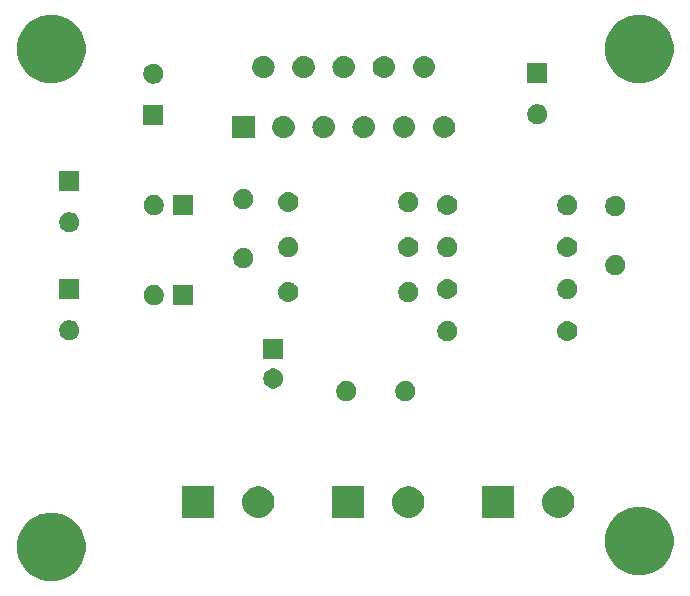
<source format=gbr>
G04 #@! TF.GenerationSoftware,KiCad,Pcbnew,(5.1.4-0-10_14)*
G04 #@! TF.CreationDate,2021-05-27T15:15:14+02:00*
G04 #@! TF.ProjectId,Untitled,556e7469-746c-4656-942e-6b696361645f,rev?*
G04 #@! TF.SameCoordinates,Original*
G04 #@! TF.FileFunction,Soldermask,Top*
G04 #@! TF.FilePolarity,Negative*
%FSLAX46Y46*%
G04 Gerber Fmt 4.6, Leading zero omitted, Abs format (unit mm)*
G04 Created by KiCad (PCBNEW (5.1.4-0-10_14)) date 2021-05-27 15:15:14*
%MOMM*%
%LPD*%
G04 APERTURE LIST*
%ADD10C,0.100000*%
G04 APERTURE END LIST*
D10*
G36*
X106510189Y-81030483D02*
G01*
X106579979Y-81059391D01*
X107038139Y-81249167D01*
X107513280Y-81566646D01*
X107917354Y-81970720D01*
X108234833Y-82445861D01*
X108234834Y-82445863D01*
X108453517Y-82973811D01*
X108565000Y-83534275D01*
X108565000Y-84105725D01*
X108453517Y-84666189D01*
X108453516Y-84666191D01*
X108234833Y-85194139D01*
X107917354Y-85669280D01*
X107513280Y-86073354D01*
X107038139Y-86390833D01*
X107038138Y-86390834D01*
X107038137Y-86390834D01*
X106510189Y-86609517D01*
X105949725Y-86721000D01*
X105378275Y-86721000D01*
X104817811Y-86609517D01*
X104289863Y-86390834D01*
X104289862Y-86390834D01*
X104289861Y-86390833D01*
X103814720Y-86073354D01*
X103410646Y-85669280D01*
X103093167Y-85194139D01*
X102874484Y-84666191D01*
X102874483Y-84666189D01*
X102763000Y-84105725D01*
X102763000Y-83534275D01*
X102874483Y-82973811D01*
X103093166Y-82445863D01*
X103093167Y-82445861D01*
X103410646Y-81970720D01*
X103814720Y-81566646D01*
X104289861Y-81249167D01*
X104748021Y-81059391D01*
X104817811Y-81030483D01*
X105378275Y-80919000D01*
X105949725Y-80919000D01*
X106510189Y-81030483D01*
X106510189Y-81030483D01*
G37*
G36*
X156294189Y-80522483D02*
G01*
X156294192Y-80522484D01*
X156294191Y-80522484D01*
X156822139Y-80741167D01*
X157297280Y-81058646D01*
X157701354Y-81462720D01*
X157770795Y-81566646D01*
X158018834Y-81937863D01*
X158237517Y-82465811D01*
X158349000Y-83026275D01*
X158349000Y-83597725D01*
X158237517Y-84158189D01*
X158237516Y-84158191D01*
X158018833Y-84686139D01*
X157701354Y-85161280D01*
X157297280Y-85565354D01*
X156822139Y-85882833D01*
X156822138Y-85882834D01*
X156822137Y-85882834D01*
X156294189Y-86101517D01*
X155733725Y-86213000D01*
X155162275Y-86213000D01*
X154601811Y-86101517D01*
X154073863Y-85882834D01*
X154073862Y-85882834D01*
X154073861Y-85882833D01*
X153598720Y-85565354D01*
X153194646Y-85161280D01*
X152877167Y-84686139D01*
X152658484Y-84158191D01*
X152658483Y-84158189D01*
X152547000Y-83597725D01*
X152547000Y-83026275D01*
X152658483Y-82465811D01*
X152877166Y-81937863D01*
X153125205Y-81566646D01*
X153194646Y-81462720D01*
X153598720Y-81058646D01*
X154073861Y-80741167D01*
X154601809Y-80522484D01*
X154601808Y-80522484D01*
X154601811Y-80522483D01*
X155162275Y-80411000D01*
X155733725Y-80411000D01*
X156294189Y-80522483D01*
X156294189Y-80522483D01*
G37*
G36*
X148984072Y-78710918D02*
G01*
X149229939Y-78812759D01*
X149451212Y-78960610D01*
X149639390Y-79148788D01*
X149787241Y-79370061D01*
X149889082Y-79615928D01*
X149941000Y-79876938D01*
X149941000Y-80143062D01*
X149889082Y-80404072D01*
X149787241Y-80649939D01*
X149639390Y-80871212D01*
X149451212Y-81059390D01*
X149229939Y-81207241D01*
X149229938Y-81207242D01*
X149229937Y-81207242D01*
X148984072Y-81309082D01*
X148723063Y-81361000D01*
X148456937Y-81361000D01*
X148195928Y-81309082D01*
X147950063Y-81207242D01*
X147950062Y-81207242D01*
X147950061Y-81207241D01*
X147728788Y-81059390D01*
X147540610Y-80871212D01*
X147392759Y-80649939D01*
X147290918Y-80404072D01*
X147239000Y-80143062D01*
X147239000Y-79876938D01*
X147290918Y-79615928D01*
X147392759Y-79370061D01*
X147540610Y-79148788D01*
X147728788Y-78960610D01*
X147950061Y-78812759D01*
X148195928Y-78710918D01*
X148456937Y-78659000D01*
X148723063Y-78659000D01*
X148984072Y-78710918D01*
X148984072Y-78710918D01*
G37*
G36*
X144861000Y-81361000D02*
G01*
X142159000Y-81361000D01*
X142159000Y-78659000D01*
X144861000Y-78659000D01*
X144861000Y-81361000D01*
X144861000Y-81361000D01*
G37*
G36*
X136284072Y-78710918D02*
G01*
X136529939Y-78812759D01*
X136751212Y-78960610D01*
X136939390Y-79148788D01*
X137087241Y-79370061D01*
X137189082Y-79615928D01*
X137241000Y-79876938D01*
X137241000Y-80143062D01*
X137189082Y-80404072D01*
X137087241Y-80649939D01*
X136939390Y-80871212D01*
X136751212Y-81059390D01*
X136529939Y-81207241D01*
X136529938Y-81207242D01*
X136529937Y-81207242D01*
X136284072Y-81309082D01*
X136023063Y-81361000D01*
X135756937Y-81361000D01*
X135495928Y-81309082D01*
X135250063Y-81207242D01*
X135250062Y-81207242D01*
X135250061Y-81207241D01*
X135028788Y-81059390D01*
X134840610Y-80871212D01*
X134692759Y-80649939D01*
X134590918Y-80404072D01*
X134539000Y-80143062D01*
X134539000Y-79876938D01*
X134590918Y-79615928D01*
X134692759Y-79370061D01*
X134840610Y-79148788D01*
X135028788Y-78960610D01*
X135250061Y-78812759D01*
X135495928Y-78710918D01*
X135756937Y-78659000D01*
X136023063Y-78659000D01*
X136284072Y-78710918D01*
X136284072Y-78710918D01*
G37*
G36*
X132161000Y-81361000D02*
G01*
X129459000Y-81361000D01*
X129459000Y-78659000D01*
X132161000Y-78659000D01*
X132161000Y-81361000D01*
X132161000Y-81361000D01*
G37*
G36*
X123584072Y-78710918D02*
G01*
X123829939Y-78812759D01*
X124051212Y-78960610D01*
X124239390Y-79148788D01*
X124387241Y-79370061D01*
X124489082Y-79615928D01*
X124541000Y-79876938D01*
X124541000Y-80143062D01*
X124489082Y-80404072D01*
X124387241Y-80649939D01*
X124239390Y-80871212D01*
X124051212Y-81059390D01*
X123829939Y-81207241D01*
X123829938Y-81207242D01*
X123829937Y-81207242D01*
X123584072Y-81309082D01*
X123323063Y-81361000D01*
X123056937Y-81361000D01*
X122795928Y-81309082D01*
X122550063Y-81207242D01*
X122550062Y-81207242D01*
X122550061Y-81207241D01*
X122328788Y-81059390D01*
X122140610Y-80871212D01*
X121992759Y-80649939D01*
X121890918Y-80404072D01*
X121839000Y-80143062D01*
X121839000Y-79876938D01*
X121890918Y-79615928D01*
X121992759Y-79370061D01*
X122140610Y-79148788D01*
X122328788Y-78960610D01*
X122550061Y-78812759D01*
X122795928Y-78710918D01*
X123056937Y-78659000D01*
X123323063Y-78659000D01*
X123584072Y-78710918D01*
X123584072Y-78710918D01*
G37*
G36*
X119461000Y-81361000D02*
G01*
X116759000Y-81361000D01*
X116759000Y-78659000D01*
X119461000Y-78659000D01*
X119461000Y-81361000D01*
X119461000Y-81361000D01*
G37*
G36*
X135884228Y-69793703D02*
G01*
X136039100Y-69857853D01*
X136178481Y-69950985D01*
X136297015Y-70069519D01*
X136390147Y-70208900D01*
X136454297Y-70363772D01*
X136487000Y-70528184D01*
X136487000Y-70695816D01*
X136454297Y-70860228D01*
X136390147Y-71015100D01*
X136297015Y-71154481D01*
X136178481Y-71273015D01*
X136039100Y-71366147D01*
X135884228Y-71430297D01*
X135719816Y-71463000D01*
X135552184Y-71463000D01*
X135387772Y-71430297D01*
X135232900Y-71366147D01*
X135093519Y-71273015D01*
X134974985Y-71154481D01*
X134881853Y-71015100D01*
X134817703Y-70860228D01*
X134785000Y-70695816D01*
X134785000Y-70528184D01*
X134817703Y-70363772D01*
X134881853Y-70208900D01*
X134974985Y-70069519D01*
X135093519Y-69950985D01*
X135232900Y-69857853D01*
X135387772Y-69793703D01*
X135552184Y-69761000D01*
X135719816Y-69761000D01*
X135884228Y-69793703D01*
X135884228Y-69793703D01*
G37*
G36*
X130884228Y-69793703D02*
G01*
X131039100Y-69857853D01*
X131178481Y-69950985D01*
X131297015Y-70069519D01*
X131390147Y-70208900D01*
X131454297Y-70363772D01*
X131487000Y-70528184D01*
X131487000Y-70695816D01*
X131454297Y-70860228D01*
X131390147Y-71015100D01*
X131297015Y-71154481D01*
X131178481Y-71273015D01*
X131039100Y-71366147D01*
X130884228Y-71430297D01*
X130719816Y-71463000D01*
X130552184Y-71463000D01*
X130387772Y-71430297D01*
X130232900Y-71366147D01*
X130093519Y-71273015D01*
X129974985Y-71154481D01*
X129881853Y-71015100D01*
X129817703Y-70860228D01*
X129785000Y-70695816D01*
X129785000Y-70528184D01*
X129817703Y-70363772D01*
X129881853Y-70208900D01*
X129974985Y-70069519D01*
X130093519Y-69950985D01*
X130232900Y-69857853D01*
X130387772Y-69793703D01*
X130552184Y-69761000D01*
X130719816Y-69761000D01*
X130884228Y-69793703D01*
X130884228Y-69793703D01*
G37*
G36*
X124708228Y-68737703D02*
G01*
X124863100Y-68801853D01*
X125002481Y-68894985D01*
X125121015Y-69013519D01*
X125214147Y-69152900D01*
X125278297Y-69307772D01*
X125311000Y-69472184D01*
X125311000Y-69639816D01*
X125278297Y-69804228D01*
X125214147Y-69959100D01*
X125121015Y-70098481D01*
X125002481Y-70217015D01*
X124863100Y-70310147D01*
X124708228Y-70374297D01*
X124543816Y-70407000D01*
X124376184Y-70407000D01*
X124211772Y-70374297D01*
X124056900Y-70310147D01*
X123917519Y-70217015D01*
X123798985Y-70098481D01*
X123705853Y-69959100D01*
X123641703Y-69804228D01*
X123609000Y-69639816D01*
X123609000Y-69472184D01*
X123641703Y-69307772D01*
X123705853Y-69152900D01*
X123798985Y-69013519D01*
X123917519Y-68894985D01*
X124056900Y-68801853D01*
X124211772Y-68737703D01*
X124376184Y-68705000D01*
X124543816Y-68705000D01*
X124708228Y-68737703D01*
X124708228Y-68737703D01*
G37*
G36*
X125311000Y-67907000D02*
G01*
X123609000Y-67907000D01*
X123609000Y-66205000D01*
X125311000Y-66205000D01*
X125311000Y-67907000D01*
X125311000Y-67907000D01*
G37*
G36*
X139440228Y-64713703D02*
G01*
X139595100Y-64777853D01*
X139734481Y-64870985D01*
X139853015Y-64989519D01*
X139946147Y-65128900D01*
X140010297Y-65283772D01*
X140043000Y-65448184D01*
X140043000Y-65615816D01*
X140010297Y-65780228D01*
X139946147Y-65935100D01*
X139853015Y-66074481D01*
X139734481Y-66193015D01*
X139595100Y-66286147D01*
X139440228Y-66350297D01*
X139275816Y-66383000D01*
X139108184Y-66383000D01*
X138943772Y-66350297D01*
X138788900Y-66286147D01*
X138649519Y-66193015D01*
X138530985Y-66074481D01*
X138437853Y-65935100D01*
X138373703Y-65780228D01*
X138341000Y-65615816D01*
X138341000Y-65448184D01*
X138373703Y-65283772D01*
X138437853Y-65128900D01*
X138530985Y-64989519D01*
X138649519Y-64870985D01*
X138788900Y-64777853D01*
X138943772Y-64713703D01*
X139108184Y-64681000D01*
X139275816Y-64681000D01*
X139440228Y-64713703D01*
X139440228Y-64713703D01*
G37*
G36*
X149518823Y-64693313D02*
G01*
X149679242Y-64741976D01*
X149746361Y-64777852D01*
X149827078Y-64820996D01*
X149956659Y-64927341D01*
X150063004Y-65056922D01*
X150063005Y-65056924D01*
X150142024Y-65204758D01*
X150190687Y-65365177D01*
X150207117Y-65532000D01*
X150190687Y-65698823D01*
X150142024Y-65859242D01*
X150101477Y-65935100D01*
X150063004Y-66007078D01*
X149956659Y-66136659D01*
X149827078Y-66243004D01*
X149827076Y-66243005D01*
X149679242Y-66322024D01*
X149679239Y-66322025D01*
X149649380Y-66331083D01*
X149518823Y-66370687D01*
X149393804Y-66383000D01*
X149310196Y-66383000D01*
X149185177Y-66370687D01*
X149054620Y-66331083D01*
X149024761Y-66322025D01*
X149024758Y-66322024D01*
X148876924Y-66243005D01*
X148876922Y-66243004D01*
X148747341Y-66136659D01*
X148640996Y-66007078D01*
X148602523Y-65935100D01*
X148561976Y-65859242D01*
X148513313Y-65698823D01*
X148496883Y-65532000D01*
X148513313Y-65365177D01*
X148561976Y-65204758D01*
X148640995Y-65056924D01*
X148640996Y-65056922D01*
X148747341Y-64927341D01*
X148876922Y-64820996D01*
X148957639Y-64777852D01*
X149024758Y-64741976D01*
X149185177Y-64693313D01*
X149310196Y-64681000D01*
X149393804Y-64681000D01*
X149518823Y-64693313D01*
X149518823Y-64693313D01*
G37*
G36*
X107436228Y-64657703D02*
G01*
X107591100Y-64721853D01*
X107730481Y-64814985D01*
X107849015Y-64933519D01*
X107942147Y-65072900D01*
X108006297Y-65227772D01*
X108039000Y-65392184D01*
X108039000Y-65559816D01*
X108006297Y-65724228D01*
X107942147Y-65879100D01*
X107849015Y-66018481D01*
X107730481Y-66137015D01*
X107591100Y-66230147D01*
X107436228Y-66294297D01*
X107271816Y-66327000D01*
X107104184Y-66327000D01*
X106939772Y-66294297D01*
X106784900Y-66230147D01*
X106645519Y-66137015D01*
X106526985Y-66018481D01*
X106433853Y-65879100D01*
X106369703Y-65724228D01*
X106337000Y-65559816D01*
X106337000Y-65392184D01*
X106369703Y-65227772D01*
X106433853Y-65072900D01*
X106526985Y-64933519D01*
X106645519Y-64814985D01*
X106784900Y-64721853D01*
X106939772Y-64657703D01*
X107104184Y-64625000D01*
X107271816Y-64625000D01*
X107436228Y-64657703D01*
X107436228Y-64657703D01*
G37*
G36*
X114588228Y-61665703D02*
G01*
X114743100Y-61729853D01*
X114882481Y-61822985D01*
X115001015Y-61941519D01*
X115094147Y-62080900D01*
X115158297Y-62235772D01*
X115191000Y-62400184D01*
X115191000Y-62567816D01*
X115158297Y-62732228D01*
X115094147Y-62887100D01*
X115001015Y-63026481D01*
X114882481Y-63145015D01*
X114743100Y-63238147D01*
X114588228Y-63302297D01*
X114423816Y-63335000D01*
X114256184Y-63335000D01*
X114091772Y-63302297D01*
X113936900Y-63238147D01*
X113797519Y-63145015D01*
X113678985Y-63026481D01*
X113585853Y-62887100D01*
X113521703Y-62732228D01*
X113489000Y-62567816D01*
X113489000Y-62400184D01*
X113521703Y-62235772D01*
X113585853Y-62080900D01*
X113678985Y-61941519D01*
X113797519Y-61822985D01*
X113936900Y-61729853D01*
X114091772Y-61665703D01*
X114256184Y-61633000D01*
X114423816Y-61633000D01*
X114588228Y-61665703D01*
X114588228Y-61665703D01*
G37*
G36*
X117691000Y-63335000D02*
G01*
X115989000Y-63335000D01*
X115989000Y-61633000D01*
X117691000Y-61633000D01*
X117691000Y-63335000D01*
X117691000Y-63335000D01*
G37*
G36*
X136138228Y-61411703D02*
G01*
X136293100Y-61475853D01*
X136432481Y-61568985D01*
X136551015Y-61687519D01*
X136644147Y-61826900D01*
X136708297Y-61981772D01*
X136741000Y-62146184D01*
X136741000Y-62313816D01*
X136708297Y-62478228D01*
X136644147Y-62633100D01*
X136551015Y-62772481D01*
X136432481Y-62891015D01*
X136293100Y-62984147D01*
X136138228Y-63048297D01*
X135973816Y-63081000D01*
X135806184Y-63081000D01*
X135641772Y-63048297D01*
X135486900Y-62984147D01*
X135347519Y-62891015D01*
X135228985Y-62772481D01*
X135135853Y-62633100D01*
X135071703Y-62478228D01*
X135039000Y-62313816D01*
X135039000Y-62146184D01*
X135071703Y-61981772D01*
X135135853Y-61826900D01*
X135228985Y-61687519D01*
X135347519Y-61568985D01*
X135486900Y-61475853D01*
X135641772Y-61411703D01*
X135806184Y-61379000D01*
X135973816Y-61379000D01*
X136138228Y-61411703D01*
X136138228Y-61411703D01*
G37*
G36*
X125896823Y-61391313D02*
G01*
X126057242Y-61439976D01*
X126189906Y-61510886D01*
X126205078Y-61518996D01*
X126334659Y-61625341D01*
X126441004Y-61754922D01*
X126441005Y-61754924D01*
X126520024Y-61902758D01*
X126568687Y-62063177D01*
X126585117Y-62230000D01*
X126568687Y-62396823D01*
X126520024Y-62557242D01*
X126479477Y-62633100D01*
X126441004Y-62705078D01*
X126334659Y-62834659D01*
X126205078Y-62941004D01*
X126205076Y-62941005D01*
X126057242Y-63020024D01*
X125896823Y-63068687D01*
X125771804Y-63081000D01*
X125688196Y-63081000D01*
X125563177Y-63068687D01*
X125402758Y-63020024D01*
X125254924Y-62941005D01*
X125254922Y-62941004D01*
X125125341Y-62834659D01*
X125018996Y-62705078D01*
X124980523Y-62633100D01*
X124939976Y-62557242D01*
X124891313Y-62396823D01*
X124874883Y-62230000D01*
X124891313Y-62063177D01*
X124939976Y-61902758D01*
X125018995Y-61754924D01*
X125018996Y-61754922D01*
X125125341Y-61625341D01*
X125254922Y-61518996D01*
X125270094Y-61510886D01*
X125402758Y-61439976D01*
X125563177Y-61391313D01*
X125688196Y-61379000D01*
X125771804Y-61379000D01*
X125896823Y-61391313D01*
X125896823Y-61391313D01*
G37*
G36*
X108039000Y-62827000D02*
G01*
X106337000Y-62827000D01*
X106337000Y-61125000D01*
X108039000Y-61125000D01*
X108039000Y-62827000D01*
X108039000Y-62827000D01*
G37*
G36*
X139358823Y-61137313D02*
G01*
X139519242Y-61185976D01*
X139586361Y-61221852D01*
X139667078Y-61264996D01*
X139796659Y-61371341D01*
X139903004Y-61500922D01*
X139903005Y-61500924D01*
X139982024Y-61648758D01*
X140030687Y-61809177D01*
X140047117Y-61976000D01*
X140030687Y-62142823D01*
X139982024Y-62303242D01*
X139941477Y-62379100D01*
X139903004Y-62451078D01*
X139796659Y-62580659D01*
X139667078Y-62687004D01*
X139667076Y-62687005D01*
X139519242Y-62766024D01*
X139358823Y-62814687D01*
X139233804Y-62827000D01*
X139150196Y-62827000D01*
X139025177Y-62814687D01*
X138864758Y-62766024D01*
X138716924Y-62687005D01*
X138716922Y-62687004D01*
X138587341Y-62580659D01*
X138480996Y-62451078D01*
X138442523Y-62379100D01*
X138401976Y-62303242D01*
X138353313Y-62142823D01*
X138336883Y-61976000D01*
X138353313Y-61809177D01*
X138401976Y-61648758D01*
X138480995Y-61500924D01*
X138480996Y-61500922D01*
X138587341Y-61371341D01*
X138716922Y-61264996D01*
X138797639Y-61221852D01*
X138864758Y-61185976D01*
X139025177Y-61137313D01*
X139150196Y-61125000D01*
X139233804Y-61125000D01*
X139358823Y-61137313D01*
X139358823Y-61137313D01*
G37*
G36*
X149600228Y-61157703D02*
G01*
X149755100Y-61221853D01*
X149894481Y-61314985D01*
X150013015Y-61433519D01*
X150106147Y-61572900D01*
X150170297Y-61727772D01*
X150203000Y-61892184D01*
X150203000Y-62059816D01*
X150170297Y-62224228D01*
X150106147Y-62379100D01*
X150013015Y-62518481D01*
X149894481Y-62637015D01*
X149755100Y-62730147D01*
X149600228Y-62794297D01*
X149435816Y-62827000D01*
X149268184Y-62827000D01*
X149103772Y-62794297D01*
X148948900Y-62730147D01*
X148809519Y-62637015D01*
X148690985Y-62518481D01*
X148597853Y-62379100D01*
X148533703Y-62224228D01*
X148501000Y-62059816D01*
X148501000Y-61892184D01*
X148533703Y-61727772D01*
X148597853Y-61572900D01*
X148690985Y-61433519D01*
X148809519Y-61314985D01*
X148948900Y-61221853D01*
X149103772Y-61157703D01*
X149268184Y-61125000D01*
X149435816Y-61125000D01*
X149600228Y-61157703D01*
X149600228Y-61157703D01*
G37*
G36*
X153664228Y-59125703D02*
G01*
X153819100Y-59189853D01*
X153958481Y-59282985D01*
X154077015Y-59401519D01*
X154170147Y-59540900D01*
X154234297Y-59695772D01*
X154267000Y-59860184D01*
X154267000Y-60027816D01*
X154234297Y-60192228D01*
X154170147Y-60347100D01*
X154077015Y-60486481D01*
X153958481Y-60605015D01*
X153819100Y-60698147D01*
X153664228Y-60762297D01*
X153499816Y-60795000D01*
X153332184Y-60795000D01*
X153167772Y-60762297D01*
X153012900Y-60698147D01*
X152873519Y-60605015D01*
X152754985Y-60486481D01*
X152661853Y-60347100D01*
X152597703Y-60192228D01*
X152565000Y-60027816D01*
X152565000Y-59860184D01*
X152597703Y-59695772D01*
X152661853Y-59540900D01*
X152754985Y-59401519D01*
X152873519Y-59282985D01*
X153012900Y-59189853D01*
X153167772Y-59125703D01*
X153332184Y-59093000D01*
X153499816Y-59093000D01*
X153664228Y-59125703D01*
X153664228Y-59125703D01*
G37*
G36*
X122168228Y-58537703D02*
G01*
X122323100Y-58601853D01*
X122462481Y-58694985D01*
X122581015Y-58813519D01*
X122674147Y-58952900D01*
X122738297Y-59107772D01*
X122771000Y-59272184D01*
X122771000Y-59439816D01*
X122738297Y-59604228D01*
X122674147Y-59759100D01*
X122581015Y-59898481D01*
X122462481Y-60017015D01*
X122323100Y-60110147D01*
X122168228Y-60174297D01*
X122003816Y-60207000D01*
X121836184Y-60207000D01*
X121671772Y-60174297D01*
X121516900Y-60110147D01*
X121377519Y-60017015D01*
X121258985Y-59898481D01*
X121165853Y-59759100D01*
X121101703Y-59604228D01*
X121069000Y-59439816D01*
X121069000Y-59272184D01*
X121101703Y-59107772D01*
X121165853Y-58952900D01*
X121258985Y-58813519D01*
X121377519Y-58694985D01*
X121516900Y-58601853D01*
X121671772Y-58537703D01*
X121836184Y-58505000D01*
X122003816Y-58505000D01*
X122168228Y-58537703D01*
X122168228Y-58537703D01*
G37*
G36*
X136056823Y-57581313D02*
G01*
X136217242Y-57629976D01*
X136284361Y-57665852D01*
X136365078Y-57708996D01*
X136494659Y-57815341D01*
X136601004Y-57944922D01*
X136601005Y-57944924D01*
X136680024Y-58092758D01*
X136728687Y-58253177D01*
X136745117Y-58420000D01*
X136728687Y-58586823D01*
X136680024Y-58747242D01*
X136639477Y-58823100D01*
X136601004Y-58895078D01*
X136494659Y-59024659D01*
X136365078Y-59131004D01*
X136365076Y-59131005D01*
X136217242Y-59210024D01*
X136056823Y-59258687D01*
X135931804Y-59271000D01*
X135848196Y-59271000D01*
X135723177Y-59258687D01*
X135562758Y-59210024D01*
X135414924Y-59131005D01*
X135414922Y-59131004D01*
X135285341Y-59024659D01*
X135178996Y-58895078D01*
X135140523Y-58823100D01*
X135099976Y-58747242D01*
X135051313Y-58586823D01*
X135034883Y-58420000D01*
X135051313Y-58253177D01*
X135099976Y-58092758D01*
X135178995Y-57944924D01*
X135178996Y-57944922D01*
X135285341Y-57815341D01*
X135414922Y-57708996D01*
X135495639Y-57665852D01*
X135562758Y-57629976D01*
X135723177Y-57581313D01*
X135848196Y-57569000D01*
X135931804Y-57569000D01*
X136056823Y-57581313D01*
X136056823Y-57581313D01*
G37*
G36*
X125978228Y-57601703D02*
G01*
X126133100Y-57665853D01*
X126272481Y-57758985D01*
X126391015Y-57877519D01*
X126484147Y-58016900D01*
X126548297Y-58171772D01*
X126581000Y-58336184D01*
X126581000Y-58503816D01*
X126548297Y-58668228D01*
X126484147Y-58823100D01*
X126391015Y-58962481D01*
X126272481Y-59081015D01*
X126133100Y-59174147D01*
X125978228Y-59238297D01*
X125813816Y-59271000D01*
X125646184Y-59271000D01*
X125481772Y-59238297D01*
X125326900Y-59174147D01*
X125187519Y-59081015D01*
X125068985Y-58962481D01*
X124975853Y-58823100D01*
X124911703Y-58668228D01*
X124879000Y-58503816D01*
X124879000Y-58336184D01*
X124911703Y-58171772D01*
X124975853Y-58016900D01*
X125068985Y-57877519D01*
X125187519Y-57758985D01*
X125326900Y-57665853D01*
X125481772Y-57601703D01*
X125646184Y-57569000D01*
X125813816Y-57569000D01*
X125978228Y-57601703D01*
X125978228Y-57601703D01*
G37*
G36*
X139440228Y-57601703D02*
G01*
X139595100Y-57665853D01*
X139734481Y-57758985D01*
X139853015Y-57877519D01*
X139946147Y-58016900D01*
X140010297Y-58171772D01*
X140043000Y-58336184D01*
X140043000Y-58503816D01*
X140010297Y-58668228D01*
X139946147Y-58823100D01*
X139853015Y-58962481D01*
X139734481Y-59081015D01*
X139595100Y-59174147D01*
X139440228Y-59238297D01*
X139275816Y-59271000D01*
X139108184Y-59271000D01*
X138943772Y-59238297D01*
X138788900Y-59174147D01*
X138649519Y-59081015D01*
X138530985Y-58962481D01*
X138437853Y-58823100D01*
X138373703Y-58668228D01*
X138341000Y-58503816D01*
X138341000Y-58336184D01*
X138373703Y-58171772D01*
X138437853Y-58016900D01*
X138530985Y-57877519D01*
X138649519Y-57758985D01*
X138788900Y-57665853D01*
X138943772Y-57601703D01*
X139108184Y-57569000D01*
X139275816Y-57569000D01*
X139440228Y-57601703D01*
X139440228Y-57601703D01*
G37*
G36*
X149518823Y-57581313D02*
G01*
X149679242Y-57629976D01*
X149746361Y-57665852D01*
X149827078Y-57708996D01*
X149956659Y-57815341D01*
X150063004Y-57944922D01*
X150063005Y-57944924D01*
X150142024Y-58092758D01*
X150190687Y-58253177D01*
X150207117Y-58420000D01*
X150190687Y-58586823D01*
X150142024Y-58747242D01*
X150101477Y-58823100D01*
X150063004Y-58895078D01*
X149956659Y-59024659D01*
X149827078Y-59131004D01*
X149827076Y-59131005D01*
X149679242Y-59210024D01*
X149518823Y-59258687D01*
X149393804Y-59271000D01*
X149310196Y-59271000D01*
X149185177Y-59258687D01*
X149024758Y-59210024D01*
X148876924Y-59131005D01*
X148876922Y-59131004D01*
X148747341Y-59024659D01*
X148640996Y-58895078D01*
X148602523Y-58823100D01*
X148561976Y-58747242D01*
X148513313Y-58586823D01*
X148496883Y-58420000D01*
X148513313Y-58253177D01*
X148561976Y-58092758D01*
X148640995Y-57944924D01*
X148640996Y-57944922D01*
X148747341Y-57815341D01*
X148876922Y-57708996D01*
X148957639Y-57665852D01*
X149024758Y-57629976D01*
X149185177Y-57581313D01*
X149310196Y-57569000D01*
X149393804Y-57569000D01*
X149518823Y-57581313D01*
X149518823Y-57581313D01*
G37*
G36*
X107436228Y-55513703D02*
G01*
X107591100Y-55577853D01*
X107730481Y-55670985D01*
X107849015Y-55789519D01*
X107942147Y-55928900D01*
X108006297Y-56083772D01*
X108039000Y-56248184D01*
X108039000Y-56415816D01*
X108006297Y-56580228D01*
X107942147Y-56735100D01*
X107849015Y-56874481D01*
X107730481Y-56993015D01*
X107591100Y-57086147D01*
X107436228Y-57150297D01*
X107271816Y-57183000D01*
X107104184Y-57183000D01*
X106939772Y-57150297D01*
X106784900Y-57086147D01*
X106645519Y-56993015D01*
X106526985Y-56874481D01*
X106433853Y-56735100D01*
X106369703Y-56580228D01*
X106337000Y-56415816D01*
X106337000Y-56248184D01*
X106369703Y-56083772D01*
X106433853Y-55928900D01*
X106526985Y-55789519D01*
X106645519Y-55670985D01*
X106784900Y-55577853D01*
X106939772Y-55513703D01*
X107104184Y-55481000D01*
X107271816Y-55481000D01*
X107436228Y-55513703D01*
X107436228Y-55513703D01*
G37*
G36*
X153664228Y-54125703D02*
G01*
X153819100Y-54189853D01*
X153958481Y-54282985D01*
X154077015Y-54401519D01*
X154170147Y-54540900D01*
X154234297Y-54695772D01*
X154267000Y-54860184D01*
X154267000Y-55027816D01*
X154234297Y-55192228D01*
X154170147Y-55347100D01*
X154077015Y-55486481D01*
X153958481Y-55605015D01*
X153819100Y-55698147D01*
X153664228Y-55762297D01*
X153499816Y-55795000D01*
X153332184Y-55795000D01*
X153167772Y-55762297D01*
X153012900Y-55698147D01*
X152873519Y-55605015D01*
X152754985Y-55486481D01*
X152661853Y-55347100D01*
X152597703Y-55192228D01*
X152565000Y-55027816D01*
X152565000Y-54860184D01*
X152597703Y-54695772D01*
X152661853Y-54540900D01*
X152754985Y-54401519D01*
X152873519Y-54282985D01*
X153012900Y-54189853D01*
X153167772Y-54125703D01*
X153332184Y-54093000D01*
X153499816Y-54093000D01*
X153664228Y-54125703D01*
X153664228Y-54125703D01*
G37*
G36*
X149600228Y-54045703D02*
G01*
X149755100Y-54109853D01*
X149894481Y-54202985D01*
X150013015Y-54321519D01*
X150106147Y-54460900D01*
X150170297Y-54615772D01*
X150203000Y-54780184D01*
X150203000Y-54947816D01*
X150170297Y-55112228D01*
X150106147Y-55267100D01*
X150013015Y-55406481D01*
X149894481Y-55525015D01*
X149755100Y-55618147D01*
X149600228Y-55682297D01*
X149435816Y-55715000D01*
X149268184Y-55715000D01*
X149103772Y-55682297D01*
X148948900Y-55618147D01*
X148809519Y-55525015D01*
X148690985Y-55406481D01*
X148597853Y-55267100D01*
X148533703Y-55112228D01*
X148501000Y-54947816D01*
X148501000Y-54780184D01*
X148533703Y-54615772D01*
X148597853Y-54460900D01*
X148690985Y-54321519D01*
X148809519Y-54202985D01*
X148948900Y-54109853D01*
X149103772Y-54045703D01*
X149268184Y-54013000D01*
X149435816Y-54013000D01*
X149600228Y-54045703D01*
X149600228Y-54045703D01*
G37*
G36*
X139358823Y-54025313D02*
G01*
X139519242Y-54073976D01*
X139651906Y-54144886D01*
X139667078Y-54152996D01*
X139796659Y-54259341D01*
X139903004Y-54388922D01*
X139903005Y-54388924D01*
X139982024Y-54536758D01*
X139982025Y-54536761D01*
X139983281Y-54540903D01*
X140030687Y-54697177D01*
X140047117Y-54864000D01*
X140030687Y-55030823D01*
X139982024Y-55191242D01*
X139941477Y-55267100D01*
X139903004Y-55339078D01*
X139796659Y-55468659D01*
X139667078Y-55575004D01*
X139667076Y-55575005D01*
X139519242Y-55654024D01*
X139358823Y-55702687D01*
X139233804Y-55715000D01*
X139150196Y-55715000D01*
X139025177Y-55702687D01*
X138864758Y-55654024D01*
X138716924Y-55575005D01*
X138716922Y-55575004D01*
X138587341Y-55468659D01*
X138480996Y-55339078D01*
X138442523Y-55267100D01*
X138401976Y-55191242D01*
X138353313Y-55030823D01*
X138336883Y-54864000D01*
X138353313Y-54697177D01*
X138400719Y-54540903D01*
X138401975Y-54536761D01*
X138401976Y-54536758D01*
X138480995Y-54388924D01*
X138480996Y-54388922D01*
X138587341Y-54259341D01*
X138716922Y-54152996D01*
X138732094Y-54144886D01*
X138864758Y-54073976D01*
X139025177Y-54025313D01*
X139150196Y-54013000D01*
X139233804Y-54013000D01*
X139358823Y-54025313D01*
X139358823Y-54025313D01*
G37*
G36*
X117691000Y-55715000D02*
G01*
X115989000Y-55715000D01*
X115989000Y-54013000D01*
X117691000Y-54013000D01*
X117691000Y-55715000D01*
X117691000Y-55715000D01*
G37*
G36*
X114588228Y-54045703D02*
G01*
X114743100Y-54109853D01*
X114882481Y-54202985D01*
X115001015Y-54321519D01*
X115094147Y-54460900D01*
X115158297Y-54615772D01*
X115191000Y-54780184D01*
X115191000Y-54947816D01*
X115158297Y-55112228D01*
X115094147Y-55267100D01*
X115001015Y-55406481D01*
X114882481Y-55525015D01*
X114743100Y-55618147D01*
X114588228Y-55682297D01*
X114423816Y-55715000D01*
X114256184Y-55715000D01*
X114091772Y-55682297D01*
X113936900Y-55618147D01*
X113797519Y-55525015D01*
X113678985Y-55406481D01*
X113585853Y-55267100D01*
X113521703Y-55112228D01*
X113489000Y-54947816D01*
X113489000Y-54780184D01*
X113521703Y-54615772D01*
X113585853Y-54460900D01*
X113678985Y-54321519D01*
X113797519Y-54202985D01*
X113936900Y-54109853D01*
X114091772Y-54045703D01*
X114256184Y-54013000D01*
X114423816Y-54013000D01*
X114588228Y-54045703D01*
X114588228Y-54045703D01*
G37*
G36*
X136138228Y-53791703D02*
G01*
X136293100Y-53855853D01*
X136432481Y-53948985D01*
X136551015Y-54067519D01*
X136644147Y-54206900D01*
X136708297Y-54361772D01*
X136741000Y-54526184D01*
X136741000Y-54693816D01*
X136708297Y-54858228D01*
X136644147Y-55013100D01*
X136551015Y-55152481D01*
X136432481Y-55271015D01*
X136293100Y-55364147D01*
X136138228Y-55428297D01*
X135973816Y-55461000D01*
X135806184Y-55461000D01*
X135641772Y-55428297D01*
X135486900Y-55364147D01*
X135347519Y-55271015D01*
X135228985Y-55152481D01*
X135135853Y-55013100D01*
X135071703Y-54858228D01*
X135039000Y-54693816D01*
X135039000Y-54526184D01*
X135071703Y-54361772D01*
X135135853Y-54206900D01*
X135228985Y-54067519D01*
X135347519Y-53948985D01*
X135486900Y-53855853D01*
X135641772Y-53791703D01*
X135806184Y-53759000D01*
X135973816Y-53759000D01*
X136138228Y-53791703D01*
X136138228Y-53791703D01*
G37*
G36*
X125896823Y-53771313D02*
G01*
X126057242Y-53819976D01*
X126124361Y-53855852D01*
X126205078Y-53898996D01*
X126334659Y-54005341D01*
X126441004Y-54134922D01*
X126441005Y-54134924D01*
X126520024Y-54282758D01*
X126568687Y-54443177D01*
X126585117Y-54610000D01*
X126568687Y-54776823D01*
X126520024Y-54937242D01*
X126471611Y-55027816D01*
X126441004Y-55085078D01*
X126334659Y-55214659D01*
X126205078Y-55321004D01*
X126205076Y-55321005D01*
X126057242Y-55400024D01*
X125896823Y-55448687D01*
X125771804Y-55461000D01*
X125688196Y-55461000D01*
X125563177Y-55448687D01*
X125402758Y-55400024D01*
X125254924Y-55321005D01*
X125254922Y-55321004D01*
X125125341Y-55214659D01*
X125018996Y-55085078D01*
X124988389Y-55027816D01*
X124939976Y-54937242D01*
X124891313Y-54776823D01*
X124874883Y-54610000D01*
X124891313Y-54443177D01*
X124939976Y-54282758D01*
X125018995Y-54134924D01*
X125018996Y-54134922D01*
X125125341Y-54005341D01*
X125254922Y-53898996D01*
X125335639Y-53855852D01*
X125402758Y-53819976D01*
X125563177Y-53771313D01*
X125688196Y-53759000D01*
X125771804Y-53759000D01*
X125896823Y-53771313D01*
X125896823Y-53771313D01*
G37*
G36*
X122168228Y-53537703D02*
G01*
X122323100Y-53601853D01*
X122462481Y-53694985D01*
X122581015Y-53813519D01*
X122674147Y-53952900D01*
X122738297Y-54107772D01*
X122771000Y-54272184D01*
X122771000Y-54439816D01*
X122738297Y-54604228D01*
X122674147Y-54759100D01*
X122581015Y-54898481D01*
X122462481Y-55017015D01*
X122323100Y-55110147D01*
X122168228Y-55174297D01*
X122003816Y-55207000D01*
X121836184Y-55207000D01*
X121671772Y-55174297D01*
X121516900Y-55110147D01*
X121377519Y-55017015D01*
X121258985Y-54898481D01*
X121165853Y-54759100D01*
X121101703Y-54604228D01*
X121069000Y-54439816D01*
X121069000Y-54272184D01*
X121101703Y-54107772D01*
X121165853Y-53952900D01*
X121258985Y-53813519D01*
X121377519Y-53694985D01*
X121516900Y-53601853D01*
X121671772Y-53537703D01*
X121836184Y-53505000D01*
X122003816Y-53505000D01*
X122168228Y-53537703D01*
X122168228Y-53537703D01*
G37*
G36*
X108039000Y-53683000D02*
G01*
X106337000Y-53683000D01*
X106337000Y-51981000D01*
X108039000Y-51981000D01*
X108039000Y-53683000D01*
X108039000Y-53683000D01*
G37*
G36*
X128906425Y-47322760D02*
G01*
X128906428Y-47322761D01*
X128906429Y-47322761D01*
X129085693Y-47377140D01*
X129085696Y-47377142D01*
X129085697Y-47377142D01*
X129250903Y-47465446D01*
X129395712Y-47584288D01*
X129514554Y-47729097D01*
X129578651Y-47849015D01*
X129602860Y-47894307D01*
X129646752Y-48039000D01*
X129657240Y-48073575D01*
X129675601Y-48260000D01*
X129657240Y-48446425D01*
X129657239Y-48446428D01*
X129657239Y-48446429D01*
X129602860Y-48625693D01*
X129602858Y-48625696D01*
X129602858Y-48625697D01*
X129514554Y-48790903D01*
X129395712Y-48935712D01*
X129250903Y-49054554D01*
X129085697Y-49142858D01*
X129085693Y-49142860D01*
X128906429Y-49197239D01*
X128906428Y-49197239D01*
X128906425Y-49197240D01*
X128766718Y-49211000D01*
X128673282Y-49211000D01*
X128533575Y-49197240D01*
X128533572Y-49197239D01*
X128533571Y-49197239D01*
X128354307Y-49142860D01*
X128354303Y-49142858D01*
X128189097Y-49054554D01*
X128044288Y-48935712D01*
X127925446Y-48790903D01*
X127837142Y-48625697D01*
X127837142Y-48625696D01*
X127837140Y-48625693D01*
X127782761Y-48446429D01*
X127782761Y-48446428D01*
X127782760Y-48446425D01*
X127764399Y-48260000D01*
X127782760Y-48073575D01*
X127793248Y-48039000D01*
X127837140Y-47894307D01*
X127861349Y-47849015D01*
X127925446Y-47729097D01*
X128044288Y-47584288D01*
X128189097Y-47465446D01*
X128354303Y-47377142D01*
X128354304Y-47377142D01*
X128354307Y-47377140D01*
X128533571Y-47322761D01*
X128533572Y-47322761D01*
X128533575Y-47322760D01*
X128673282Y-47309000D01*
X128766718Y-47309000D01*
X128906425Y-47322760D01*
X128906425Y-47322760D01*
G37*
G36*
X139106425Y-47322760D02*
G01*
X139106428Y-47322761D01*
X139106429Y-47322761D01*
X139285693Y-47377140D01*
X139285696Y-47377142D01*
X139285697Y-47377142D01*
X139450903Y-47465446D01*
X139595712Y-47584288D01*
X139714554Y-47729097D01*
X139778651Y-47849015D01*
X139802860Y-47894307D01*
X139846752Y-48039000D01*
X139857240Y-48073575D01*
X139875601Y-48260000D01*
X139857240Y-48446425D01*
X139857239Y-48446428D01*
X139857239Y-48446429D01*
X139802860Y-48625693D01*
X139802858Y-48625696D01*
X139802858Y-48625697D01*
X139714554Y-48790903D01*
X139595712Y-48935712D01*
X139450903Y-49054554D01*
X139285697Y-49142858D01*
X139285693Y-49142860D01*
X139106429Y-49197239D01*
X139106428Y-49197239D01*
X139106425Y-49197240D01*
X138966718Y-49211000D01*
X138873282Y-49211000D01*
X138733575Y-49197240D01*
X138733572Y-49197239D01*
X138733571Y-49197239D01*
X138554307Y-49142860D01*
X138554303Y-49142858D01*
X138389097Y-49054554D01*
X138244288Y-48935712D01*
X138125446Y-48790903D01*
X138037142Y-48625697D01*
X138037142Y-48625696D01*
X138037140Y-48625693D01*
X137982761Y-48446429D01*
X137982761Y-48446428D01*
X137982760Y-48446425D01*
X137964399Y-48260000D01*
X137982760Y-48073575D01*
X137993248Y-48039000D01*
X138037140Y-47894307D01*
X138061349Y-47849015D01*
X138125446Y-47729097D01*
X138244288Y-47584288D01*
X138389097Y-47465446D01*
X138554303Y-47377142D01*
X138554304Y-47377142D01*
X138554307Y-47377140D01*
X138733571Y-47322761D01*
X138733572Y-47322761D01*
X138733575Y-47322760D01*
X138873282Y-47309000D01*
X138966718Y-47309000D01*
X139106425Y-47322760D01*
X139106425Y-47322760D01*
G37*
G36*
X135706425Y-47322760D02*
G01*
X135706428Y-47322761D01*
X135706429Y-47322761D01*
X135885693Y-47377140D01*
X135885696Y-47377142D01*
X135885697Y-47377142D01*
X136050903Y-47465446D01*
X136195712Y-47584288D01*
X136314554Y-47729097D01*
X136378651Y-47849015D01*
X136402860Y-47894307D01*
X136446752Y-48039000D01*
X136457240Y-48073575D01*
X136475601Y-48260000D01*
X136457240Y-48446425D01*
X136457239Y-48446428D01*
X136457239Y-48446429D01*
X136402860Y-48625693D01*
X136402858Y-48625696D01*
X136402858Y-48625697D01*
X136314554Y-48790903D01*
X136195712Y-48935712D01*
X136050903Y-49054554D01*
X135885697Y-49142858D01*
X135885693Y-49142860D01*
X135706429Y-49197239D01*
X135706428Y-49197239D01*
X135706425Y-49197240D01*
X135566718Y-49211000D01*
X135473282Y-49211000D01*
X135333575Y-49197240D01*
X135333572Y-49197239D01*
X135333571Y-49197239D01*
X135154307Y-49142860D01*
X135154303Y-49142858D01*
X134989097Y-49054554D01*
X134844288Y-48935712D01*
X134725446Y-48790903D01*
X134637142Y-48625697D01*
X134637142Y-48625696D01*
X134637140Y-48625693D01*
X134582761Y-48446429D01*
X134582761Y-48446428D01*
X134582760Y-48446425D01*
X134564399Y-48260000D01*
X134582760Y-48073575D01*
X134593248Y-48039000D01*
X134637140Y-47894307D01*
X134661349Y-47849015D01*
X134725446Y-47729097D01*
X134844288Y-47584288D01*
X134989097Y-47465446D01*
X135154303Y-47377142D01*
X135154304Y-47377142D01*
X135154307Y-47377140D01*
X135333571Y-47322761D01*
X135333572Y-47322761D01*
X135333575Y-47322760D01*
X135473282Y-47309000D01*
X135566718Y-47309000D01*
X135706425Y-47322760D01*
X135706425Y-47322760D01*
G37*
G36*
X132306425Y-47322760D02*
G01*
X132306428Y-47322761D01*
X132306429Y-47322761D01*
X132485693Y-47377140D01*
X132485696Y-47377142D01*
X132485697Y-47377142D01*
X132650903Y-47465446D01*
X132795712Y-47584288D01*
X132914554Y-47729097D01*
X132978651Y-47849015D01*
X133002860Y-47894307D01*
X133046752Y-48039000D01*
X133057240Y-48073575D01*
X133075601Y-48260000D01*
X133057240Y-48446425D01*
X133057239Y-48446428D01*
X133057239Y-48446429D01*
X133002860Y-48625693D01*
X133002858Y-48625696D01*
X133002858Y-48625697D01*
X132914554Y-48790903D01*
X132795712Y-48935712D01*
X132650903Y-49054554D01*
X132485697Y-49142858D01*
X132485693Y-49142860D01*
X132306429Y-49197239D01*
X132306428Y-49197239D01*
X132306425Y-49197240D01*
X132166718Y-49211000D01*
X132073282Y-49211000D01*
X131933575Y-49197240D01*
X131933572Y-49197239D01*
X131933571Y-49197239D01*
X131754307Y-49142860D01*
X131754303Y-49142858D01*
X131589097Y-49054554D01*
X131444288Y-48935712D01*
X131325446Y-48790903D01*
X131237142Y-48625697D01*
X131237142Y-48625696D01*
X131237140Y-48625693D01*
X131182761Y-48446429D01*
X131182761Y-48446428D01*
X131182760Y-48446425D01*
X131164399Y-48260000D01*
X131182760Y-48073575D01*
X131193248Y-48039000D01*
X131237140Y-47894307D01*
X131261349Y-47849015D01*
X131325446Y-47729097D01*
X131444288Y-47584288D01*
X131589097Y-47465446D01*
X131754303Y-47377142D01*
X131754304Y-47377142D01*
X131754307Y-47377140D01*
X131933571Y-47322761D01*
X131933572Y-47322761D01*
X131933575Y-47322760D01*
X132073282Y-47309000D01*
X132166718Y-47309000D01*
X132306425Y-47322760D01*
X132306425Y-47322760D01*
G37*
G36*
X125506425Y-47322760D02*
G01*
X125506428Y-47322761D01*
X125506429Y-47322761D01*
X125685693Y-47377140D01*
X125685696Y-47377142D01*
X125685697Y-47377142D01*
X125850903Y-47465446D01*
X125995712Y-47584288D01*
X126114554Y-47729097D01*
X126178651Y-47849015D01*
X126202860Y-47894307D01*
X126246752Y-48039000D01*
X126257240Y-48073575D01*
X126275601Y-48260000D01*
X126257240Y-48446425D01*
X126257239Y-48446428D01*
X126257239Y-48446429D01*
X126202860Y-48625693D01*
X126202858Y-48625696D01*
X126202858Y-48625697D01*
X126114554Y-48790903D01*
X125995712Y-48935712D01*
X125850903Y-49054554D01*
X125685697Y-49142858D01*
X125685693Y-49142860D01*
X125506429Y-49197239D01*
X125506428Y-49197239D01*
X125506425Y-49197240D01*
X125366718Y-49211000D01*
X125273282Y-49211000D01*
X125133575Y-49197240D01*
X125133572Y-49197239D01*
X125133571Y-49197239D01*
X124954307Y-49142860D01*
X124954303Y-49142858D01*
X124789097Y-49054554D01*
X124644288Y-48935712D01*
X124525446Y-48790903D01*
X124437142Y-48625697D01*
X124437142Y-48625696D01*
X124437140Y-48625693D01*
X124382761Y-48446429D01*
X124382761Y-48446428D01*
X124382760Y-48446425D01*
X124364399Y-48260000D01*
X124382760Y-48073575D01*
X124393248Y-48039000D01*
X124437140Y-47894307D01*
X124461349Y-47849015D01*
X124525446Y-47729097D01*
X124644288Y-47584288D01*
X124789097Y-47465446D01*
X124954303Y-47377142D01*
X124954304Y-47377142D01*
X124954307Y-47377140D01*
X125133571Y-47322761D01*
X125133572Y-47322761D01*
X125133575Y-47322760D01*
X125273282Y-47309000D01*
X125366718Y-47309000D01*
X125506425Y-47322760D01*
X125506425Y-47322760D01*
G37*
G36*
X122871000Y-49211000D02*
G01*
X120969000Y-49211000D01*
X120969000Y-47309000D01*
X122871000Y-47309000D01*
X122871000Y-49211000D01*
X122871000Y-49211000D01*
G37*
G36*
X115151000Y-48095000D02*
G01*
X113449000Y-48095000D01*
X113449000Y-46393000D01*
X115151000Y-46393000D01*
X115151000Y-48095000D01*
X115151000Y-48095000D01*
G37*
G36*
X147060228Y-46369703D02*
G01*
X147215100Y-46433853D01*
X147354481Y-46526985D01*
X147473015Y-46645519D01*
X147566147Y-46784900D01*
X147630297Y-46939772D01*
X147663000Y-47104184D01*
X147663000Y-47271816D01*
X147630297Y-47436228D01*
X147566147Y-47591100D01*
X147473015Y-47730481D01*
X147354481Y-47849015D01*
X147215100Y-47942147D01*
X147060228Y-48006297D01*
X146895816Y-48039000D01*
X146728184Y-48039000D01*
X146563772Y-48006297D01*
X146408900Y-47942147D01*
X146269519Y-47849015D01*
X146150985Y-47730481D01*
X146057853Y-47591100D01*
X145993703Y-47436228D01*
X145961000Y-47271816D01*
X145961000Y-47104184D01*
X145993703Y-46939772D01*
X146057853Y-46784900D01*
X146150985Y-46645519D01*
X146269519Y-46526985D01*
X146408900Y-46433853D01*
X146563772Y-46369703D01*
X146728184Y-46337000D01*
X146895816Y-46337000D01*
X147060228Y-46369703D01*
X147060228Y-46369703D01*
G37*
G36*
X114548228Y-42925703D02*
G01*
X114703100Y-42989853D01*
X114842481Y-43082985D01*
X114961015Y-43201519D01*
X115054147Y-43340900D01*
X115118297Y-43495772D01*
X115151000Y-43660184D01*
X115151000Y-43827816D01*
X115118297Y-43992228D01*
X115054147Y-44147100D01*
X114961015Y-44286481D01*
X114842481Y-44405015D01*
X114703100Y-44498147D01*
X114548228Y-44562297D01*
X114383816Y-44595000D01*
X114216184Y-44595000D01*
X114051772Y-44562297D01*
X113896900Y-44498147D01*
X113757519Y-44405015D01*
X113638985Y-44286481D01*
X113545853Y-44147100D01*
X113481703Y-43992228D01*
X113449000Y-43827816D01*
X113449000Y-43660184D01*
X113481703Y-43495772D01*
X113545853Y-43340900D01*
X113638985Y-43201519D01*
X113757519Y-43082985D01*
X113896900Y-42989853D01*
X114051772Y-42925703D01*
X114216184Y-42893000D01*
X114383816Y-42893000D01*
X114548228Y-42925703D01*
X114548228Y-42925703D01*
G37*
G36*
X156294189Y-38866483D02*
G01*
X156294192Y-38866484D01*
X156294191Y-38866484D01*
X156822139Y-39085167D01*
X157297280Y-39402646D01*
X157701354Y-39806720D01*
X158018833Y-40281861D01*
X158018834Y-40281863D01*
X158237517Y-40809811D01*
X158349000Y-41370275D01*
X158349000Y-41941725D01*
X158237517Y-42502189D01*
X158035520Y-42989853D01*
X158018833Y-43030139D01*
X157701354Y-43505280D01*
X157297280Y-43909354D01*
X156822139Y-44226833D01*
X156822138Y-44226834D01*
X156822137Y-44226834D01*
X156294189Y-44445517D01*
X155733725Y-44557000D01*
X155162275Y-44557000D01*
X154601811Y-44445517D01*
X154073863Y-44226834D01*
X154073862Y-44226834D01*
X154073861Y-44226833D01*
X153598720Y-43909354D01*
X153194646Y-43505280D01*
X152877167Y-43030139D01*
X152860480Y-42989853D01*
X152658483Y-42502189D01*
X152547000Y-41941725D01*
X152547000Y-41370275D01*
X152658483Y-40809811D01*
X152877166Y-40281863D01*
X152877167Y-40281861D01*
X153194646Y-39806720D01*
X153598720Y-39402646D01*
X154073861Y-39085167D01*
X154601809Y-38866484D01*
X154601808Y-38866484D01*
X154601811Y-38866483D01*
X155162275Y-38755000D01*
X155733725Y-38755000D01*
X156294189Y-38866483D01*
X156294189Y-38866483D01*
G37*
G36*
X106510189Y-38866483D02*
G01*
X106510192Y-38866484D01*
X106510191Y-38866484D01*
X107038139Y-39085167D01*
X107513280Y-39402646D01*
X107917354Y-39806720D01*
X108234833Y-40281861D01*
X108234834Y-40281863D01*
X108453517Y-40809811D01*
X108565000Y-41370275D01*
X108565000Y-41941725D01*
X108453517Y-42502189D01*
X108251520Y-42989853D01*
X108234833Y-43030139D01*
X107917354Y-43505280D01*
X107513280Y-43909354D01*
X107038139Y-44226833D01*
X107038138Y-44226834D01*
X107038137Y-44226834D01*
X106510189Y-44445517D01*
X105949725Y-44557000D01*
X105378275Y-44557000D01*
X104817811Y-44445517D01*
X104289863Y-44226834D01*
X104289862Y-44226834D01*
X104289861Y-44226833D01*
X103814720Y-43909354D01*
X103410646Y-43505280D01*
X103093167Y-43030139D01*
X103076480Y-42989853D01*
X102874483Y-42502189D01*
X102763000Y-41941725D01*
X102763000Y-41370275D01*
X102874483Y-40809811D01*
X103093166Y-40281863D01*
X103093167Y-40281861D01*
X103410646Y-39806720D01*
X103814720Y-39402646D01*
X104289861Y-39085167D01*
X104817809Y-38866484D01*
X104817808Y-38866484D01*
X104817811Y-38866483D01*
X105378275Y-38755000D01*
X105949725Y-38755000D01*
X106510189Y-38866483D01*
X106510189Y-38866483D01*
G37*
G36*
X147663000Y-44539000D02*
G01*
X145961000Y-44539000D01*
X145961000Y-42837000D01*
X147663000Y-42837000D01*
X147663000Y-44539000D01*
X147663000Y-44539000D01*
G37*
G36*
X123806425Y-42242760D02*
G01*
X123806428Y-42242761D01*
X123806429Y-42242761D01*
X123985693Y-42297140D01*
X123985696Y-42297142D01*
X123985697Y-42297142D01*
X124150903Y-42385446D01*
X124295712Y-42504288D01*
X124414554Y-42649097D01*
X124502858Y-42814303D01*
X124502860Y-42814307D01*
X124536652Y-42925705D01*
X124557240Y-42993575D01*
X124575601Y-43180000D01*
X124557240Y-43366425D01*
X124557239Y-43366428D01*
X124557239Y-43366429D01*
X124502860Y-43545693D01*
X124502858Y-43545696D01*
X124502858Y-43545697D01*
X124414554Y-43710903D01*
X124295712Y-43855712D01*
X124150903Y-43974554D01*
X123985697Y-44062858D01*
X123985693Y-44062860D01*
X123806429Y-44117239D01*
X123806428Y-44117239D01*
X123806425Y-44117240D01*
X123666718Y-44131000D01*
X123573282Y-44131000D01*
X123433575Y-44117240D01*
X123433572Y-44117239D01*
X123433571Y-44117239D01*
X123254307Y-44062860D01*
X123254303Y-44062858D01*
X123089097Y-43974554D01*
X122944288Y-43855712D01*
X122825446Y-43710903D01*
X122737142Y-43545697D01*
X122737142Y-43545696D01*
X122737140Y-43545693D01*
X122682761Y-43366429D01*
X122682761Y-43366428D01*
X122682760Y-43366425D01*
X122664399Y-43180000D01*
X122682760Y-42993575D01*
X122703348Y-42925705D01*
X122737140Y-42814307D01*
X122737142Y-42814303D01*
X122825446Y-42649097D01*
X122944288Y-42504288D01*
X123089097Y-42385446D01*
X123254303Y-42297142D01*
X123254304Y-42297142D01*
X123254307Y-42297140D01*
X123433571Y-42242761D01*
X123433572Y-42242761D01*
X123433575Y-42242760D01*
X123573282Y-42229000D01*
X123666718Y-42229000D01*
X123806425Y-42242760D01*
X123806425Y-42242760D01*
G37*
G36*
X127206425Y-42242760D02*
G01*
X127206428Y-42242761D01*
X127206429Y-42242761D01*
X127385693Y-42297140D01*
X127385696Y-42297142D01*
X127385697Y-42297142D01*
X127550903Y-42385446D01*
X127695712Y-42504288D01*
X127814554Y-42649097D01*
X127902858Y-42814303D01*
X127902860Y-42814307D01*
X127936652Y-42925705D01*
X127957240Y-42993575D01*
X127975601Y-43180000D01*
X127957240Y-43366425D01*
X127957239Y-43366428D01*
X127957239Y-43366429D01*
X127902860Y-43545693D01*
X127902858Y-43545696D01*
X127902858Y-43545697D01*
X127814554Y-43710903D01*
X127695712Y-43855712D01*
X127550903Y-43974554D01*
X127385697Y-44062858D01*
X127385693Y-44062860D01*
X127206429Y-44117239D01*
X127206428Y-44117239D01*
X127206425Y-44117240D01*
X127066718Y-44131000D01*
X126973282Y-44131000D01*
X126833575Y-44117240D01*
X126833572Y-44117239D01*
X126833571Y-44117239D01*
X126654307Y-44062860D01*
X126654303Y-44062858D01*
X126489097Y-43974554D01*
X126344288Y-43855712D01*
X126225446Y-43710903D01*
X126137142Y-43545697D01*
X126137142Y-43545696D01*
X126137140Y-43545693D01*
X126082761Y-43366429D01*
X126082761Y-43366428D01*
X126082760Y-43366425D01*
X126064399Y-43180000D01*
X126082760Y-42993575D01*
X126103348Y-42925705D01*
X126137140Y-42814307D01*
X126137142Y-42814303D01*
X126225446Y-42649097D01*
X126344288Y-42504288D01*
X126489097Y-42385446D01*
X126654303Y-42297142D01*
X126654304Y-42297142D01*
X126654307Y-42297140D01*
X126833571Y-42242761D01*
X126833572Y-42242761D01*
X126833575Y-42242760D01*
X126973282Y-42229000D01*
X127066718Y-42229000D01*
X127206425Y-42242760D01*
X127206425Y-42242760D01*
G37*
G36*
X137406425Y-42242760D02*
G01*
X137406428Y-42242761D01*
X137406429Y-42242761D01*
X137585693Y-42297140D01*
X137585696Y-42297142D01*
X137585697Y-42297142D01*
X137750903Y-42385446D01*
X137895712Y-42504288D01*
X138014554Y-42649097D01*
X138102858Y-42814303D01*
X138102860Y-42814307D01*
X138136652Y-42925705D01*
X138157240Y-42993575D01*
X138175601Y-43180000D01*
X138157240Y-43366425D01*
X138157239Y-43366428D01*
X138157239Y-43366429D01*
X138102860Y-43545693D01*
X138102858Y-43545696D01*
X138102858Y-43545697D01*
X138014554Y-43710903D01*
X137895712Y-43855712D01*
X137750903Y-43974554D01*
X137585697Y-44062858D01*
X137585693Y-44062860D01*
X137406429Y-44117239D01*
X137406428Y-44117239D01*
X137406425Y-44117240D01*
X137266718Y-44131000D01*
X137173282Y-44131000D01*
X137033575Y-44117240D01*
X137033572Y-44117239D01*
X137033571Y-44117239D01*
X136854307Y-44062860D01*
X136854303Y-44062858D01*
X136689097Y-43974554D01*
X136544288Y-43855712D01*
X136425446Y-43710903D01*
X136337142Y-43545697D01*
X136337142Y-43545696D01*
X136337140Y-43545693D01*
X136282761Y-43366429D01*
X136282761Y-43366428D01*
X136282760Y-43366425D01*
X136264399Y-43180000D01*
X136282760Y-42993575D01*
X136303348Y-42925705D01*
X136337140Y-42814307D01*
X136337142Y-42814303D01*
X136425446Y-42649097D01*
X136544288Y-42504288D01*
X136689097Y-42385446D01*
X136854303Y-42297142D01*
X136854304Y-42297142D01*
X136854307Y-42297140D01*
X137033571Y-42242761D01*
X137033572Y-42242761D01*
X137033575Y-42242760D01*
X137173282Y-42229000D01*
X137266718Y-42229000D01*
X137406425Y-42242760D01*
X137406425Y-42242760D01*
G37*
G36*
X130606425Y-42242760D02*
G01*
X130606428Y-42242761D01*
X130606429Y-42242761D01*
X130785693Y-42297140D01*
X130785696Y-42297142D01*
X130785697Y-42297142D01*
X130950903Y-42385446D01*
X131095712Y-42504288D01*
X131214554Y-42649097D01*
X131302858Y-42814303D01*
X131302860Y-42814307D01*
X131336652Y-42925705D01*
X131357240Y-42993575D01*
X131375601Y-43180000D01*
X131357240Y-43366425D01*
X131357239Y-43366428D01*
X131357239Y-43366429D01*
X131302860Y-43545693D01*
X131302858Y-43545696D01*
X131302858Y-43545697D01*
X131214554Y-43710903D01*
X131095712Y-43855712D01*
X130950903Y-43974554D01*
X130785697Y-44062858D01*
X130785693Y-44062860D01*
X130606429Y-44117239D01*
X130606428Y-44117239D01*
X130606425Y-44117240D01*
X130466718Y-44131000D01*
X130373282Y-44131000D01*
X130233575Y-44117240D01*
X130233572Y-44117239D01*
X130233571Y-44117239D01*
X130054307Y-44062860D01*
X130054303Y-44062858D01*
X129889097Y-43974554D01*
X129744288Y-43855712D01*
X129625446Y-43710903D01*
X129537142Y-43545697D01*
X129537142Y-43545696D01*
X129537140Y-43545693D01*
X129482761Y-43366429D01*
X129482761Y-43366428D01*
X129482760Y-43366425D01*
X129464399Y-43180000D01*
X129482760Y-42993575D01*
X129503348Y-42925705D01*
X129537140Y-42814307D01*
X129537142Y-42814303D01*
X129625446Y-42649097D01*
X129744288Y-42504288D01*
X129889097Y-42385446D01*
X130054303Y-42297142D01*
X130054304Y-42297142D01*
X130054307Y-42297140D01*
X130233571Y-42242761D01*
X130233572Y-42242761D01*
X130233575Y-42242760D01*
X130373282Y-42229000D01*
X130466718Y-42229000D01*
X130606425Y-42242760D01*
X130606425Y-42242760D01*
G37*
G36*
X134006425Y-42242760D02*
G01*
X134006428Y-42242761D01*
X134006429Y-42242761D01*
X134185693Y-42297140D01*
X134185696Y-42297142D01*
X134185697Y-42297142D01*
X134350903Y-42385446D01*
X134495712Y-42504288D01*
X134614554Y-42649097D01*
X134702858Y-42814303D01*
X134702860Y-42814307D01*
X134736652Y-42925705D01*
X134757240Y-42993575D01*
X134775601Y-43180000D01*
X134757240Y-43366425D01*
X134757239Y-43366428D01*
X134757239Y-43366429D01*
X134702860Y-43545693D01*
X134702858Y-43545696D01*
X134702858Y-43545697D01*
X134614554Y-43710903D01*
X134495712Y-43855712D01*
X134350903Y-43974554D01*
X134185697Y-44062858D01*
X134185693Y-44062860D01*
X134006429Y-44117239D01*
X134006428Y-44117239D01*
X134006425Y-44117240D01*
X133866718Y-44131000D01*
X133773282Y-44131000D01*
X133633575Y-44117240D01*
X133633572Y-44117239D01*
X133633571Y-44117239D01*
X133454307Y-44062860D01*
X133454303Y-44062858D01*
X133289097Y-43974554D01*
X133144288Y-43855712D01*
X133025446Y-43710903D01*
X132937142Y-43545697D01*
X132937142Y-43545696D01*
X132937140Y-43545693D01*
X132882761Y-43366429D01*
X132882761Y-43366428D01*
X132882760Y-43366425D01*
X132864399Y-43180000D01*
X132882760Y-42993575D01*
X132903348Y-42925705D01*
X132937140Y-42814307D01*
X132937142Y-42814303D01*
X133025446Y-42649097D01*
X133144288Y-42504288D01*
X133289097Y-42385446D01*
X133454303Y-42297142D01*
X133454304Y-42297142D01*
X133454307Y-42297140D01*
X133633571Y-42242761D01*
X133633572Y-42242761D01*
X133633575Y-42242760D01*
X133773282Y-42229000D01*
X133866718Y-42229000D01*
X134006425Y-42242760D01*
X134006425Y-42242760D01*
G37*
M02*

</source>
